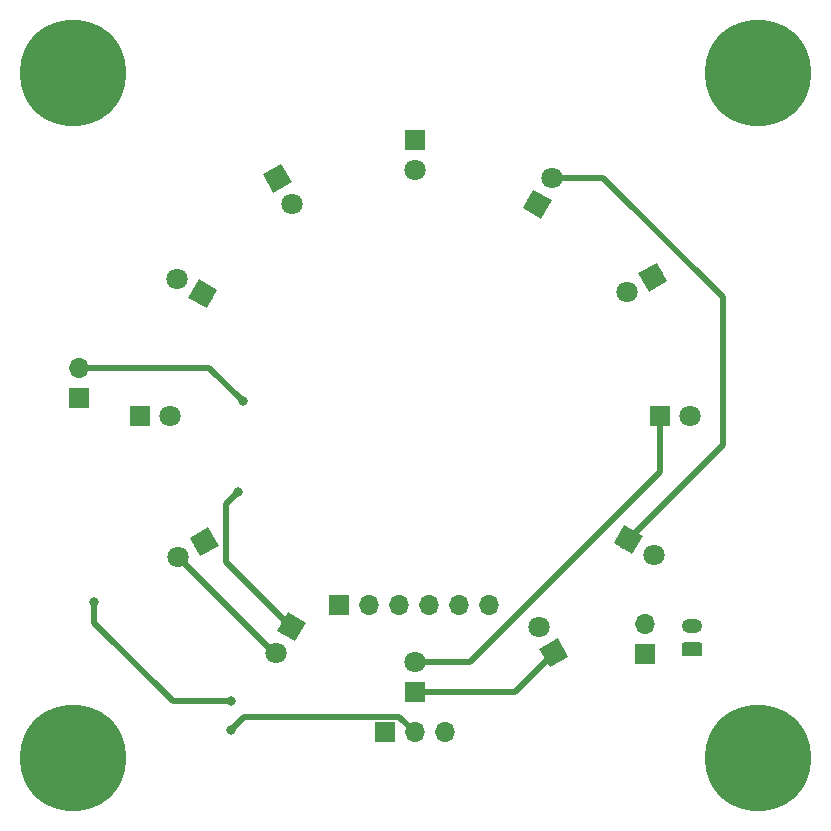
<source format=gbr>
G04 #@! TF.GenerationSoftware,KiCad,Pcbnew,(5.1.4-0)*
G04 #@! TF.CreationDate,2022-04-01T12:31:45+08:00*
G04 #@! TF.ProjectId,esp8266_ntp_clock,65737038-3236-4365-9f6e-74705f636c6f,v1.0*
G04 #@! TF.SameCoordinates,Original*
G04 #@! TF.FileFunction,Copper,L2,Bot*
G04 #@! TF.FilePolarity,Positive*
%FSLAX46Y46*%
G04 Gerber Fmt 4.6, Leading zero omitted, Abs format (unit mm)*
G04 Created by KiCad (PCBNEW (5.1.4-0)) date 2022-04-01 12:31:45*
%MOMM*%
%LPD*%
G04 APERTURE LIST*
%ADD10C,9.000000*%
%ADD11C,1.800000*%
%ADD12C,0.100000*%
%ADD13R,1.800000X1.800000*%
%ADD14R,1.700000X1.700000*%
%ADD15O,1.700000X1.700000*%
%ADD16C,1.200000*%
%ADD17O,1.750000X1.200000*%
%ADD18C,0.800000*%
%ADD19C,0.500000*%
G04 APERTURE END LIST*
D10*
X85000000Y-113000000D03*
D11*
X103570000Y-66099705D03*
X102300000Y-63900000D03*
D12*
G36*
X101070577Y-63570577D02*
G01*
X102629423Y-62670577D01*
X103529423Y-64229423D01*
X101970577Y-65129423D01*
X101070577Y-63570577D01*
X101070577Y-63570577D01*
G37*
D11*
X96000000Y-73700000D03*
D12*
G36*
X97229423Y-73370577D02*
G01*
X96329423Y-74929423D01*
X94770577Y-74029423D01*
X95670577Y-72470577D01*
X97229423Y-73370577D01*
X97229423Y-73370577D01*
G37*
D11*
X93800295Y-72430000D03*
X93240000Y-84000000D03*
D13*
X90700000Y-84000000D03*
D11*
X96100000Y-94700000D03*
D12*
G36*
X96429423Y-93470577D02*
G01*
X97329423Y-95029423D01*
X95770577Y-95929423D01*
X94870577Y-94370577D01*
X96429423Y-93470577D01*
X96429423Y-93470577D01*
G37*
D11*
X93900295Y-95970000D03*
X102230000Y-104099705D03*
X103500000Y-101900000D03*
D12*
G36*
X103170577Y-100670577D02*
G01*
X104729423Y-101570577D01*
X103829423Y-103129423D01*
X102270577Y-102229423D01*
X103170577Y-100670577D01*
X103170577Y-100670577D01*
G37*
D13*
X114000000Y-107400000D03*
D11*
X114000000Y-104860000D03*
X124430000Y-101900295D03*
X125700000Y-104100000D03*
D12*
G36*
X126929423Y-104429423D02*
G01*
X125370577Y-105329423D01*
X124470577Y-103770577D01*
X126029423Y-102870577D01*
X126929423Y-104429423D01*
X126929423Y-104429423D01*
G37*
D11*
X132000000Y-94500000D03*
D12*
G36*
X130770577Y-94829423D02*
G01*
X131670577Y-93270577D01*
X133229423Y-94170577D01*
X132329423Y-95729423D01*
X130770577Y-94829423D01*
X130770577Y-94829423D01*
G37*
D11*
X134199705Y-95770000D03*
X137240000Y-84000000D03*
D13*
X134700000Y-84000000D03*
D11*
X134100000Y-72300000D03*
D12*
G36*
X134429423Y-71070577D02*
G01*
X135329423Y-72629423D01*
X133770577Y-73529423D01*
X132870577Y-71970577D01*
X134429423Y-71070577D01*
X134429423Y-71070577D01*
G37*
D11*
X131900295Y-73570000D03*
X125570000Y-63900295D03*
X124300000Y-66100000D03*
D12*
G36*
X124629423Y-67329423D02*
G01*
X123070577Y-66429423D01*
X123970577Y-64870577D01*
X125529423Y-65770577D01*
X124629423Y-67329423D01*
X124629423Y-67329423D01*
G37*
D13*
X113960000Y-60700000D03*
D11*
X113960000Y-63240000D03*
D10*
X85000000Y-55000000D03*
X143000000Y-55000000D03*
X143000000Y-113000000D03*
D14*
X85500000Y-82500000D03*
D15*
X85500000Y-79960000D03*
D14*
X107500000Y-100000000D03*
D15*
X110040000Y-100000000D03*
X112580000Y-100000000D03*
X115120000Y-100000000D03*
X117660000Y-100000000D03*
X120200000Y-100000000D03*
D14*
X111400000Y-110800000D03*
D15*
X113940000Y-110800000D03*
X116480000Y-110800000D03*
D12*
G36*
X138049505Y-103201204D02*
G01*
X138073773Y-103204804D01*
X138097572Y-103210765D01*
X138120671Y-103219030D01*
X138142850Y-103229520D01*
X138163893Y-103242132D01*
X138183599Y-103256747D01*
X138201777Y-103273223D01*
X138218253Y-103291401D01*
X138232868Y-103311107D01*
X138245480Y-103332150D01*
X138255970Y-103354329D01*
X138264235Y-103377428D01*
X138270196Y-103401227D01*
X138273796Y-103425495D01*
X138275000Y-103449999D01*
X138275000Y-104150001D01*
X138273796Y-104174505D01*
X138270196Y-104198773D01*
X138264235Y-104222572D01*
X138255970Y-104245671D01*
X138245480Y-104267850D01*
X138232868Y-104288893D01*
X138218253Y-104308599D01*
X138201777Y-104326777D01*
X138183599Y-104343253D01*
X138163893Y-104357868D01*
X138142850Y-104370480D01*
X138120671Y-104380970D01*
X138097572Y-104389235D01*
X138073773Y-104395196D01*
X138049505Y-104398796D01*
X138025001Y-104400000D01*
X136774999Y-104400000D01*
X136750495Y-104398796D01*
X136726227Y-104395196D01*
X136702428Y-104389235D01*
X136679329Y-104380970D01*
X136657150Y-104370480D01*
X136636107Y-104357868D01*
X136616401Y-104343253D01*
X136598223Y-104326777D01*
X136581747Y-104308599D01*
X136567132Y-104288893D01*
X136554520Y-104267850D01*
X136544030Y-104245671D01*
X136535765Y-104222572D01*
X136529804Y-104198773D01*
X136526204Y-104174505D01*
X136525000Y-104150001D01*
X136525000Y-103449999D01*
X136526204Y-103425495D01*
X136529804Y-103401227D01*
X136535765Y-103377428D01*
X136544030Y-103354329D01*
X136554520Y-103332150D01*
X136567132Y-103311107D01*
X136581747Y-103291401D01*
X136598223Y-103273223D01*
X136616401Y-103256747D01*
X136636107Y-103242132D01*
X136657150Y-103229520D01*
X136679329Y-103219030D01*
X136702428Y-103210765D01*
X136726227Y-103204804D01*
X136750495Y-103201204D01*
X136774999Y-103200000D01*
X138025001Y-103200000D01*
X138049505Y-103201204D01*
X138049505Y-103201204D01*
G37*
D16*
X137400000Y-103800000D03*
D17*
X137400000Y-101800000D03*
D14*
X133400000Y-104200000D03*
D15*
X133400000Y-101660000D03*
D18*
X98400000Y-108200000D03*
X86800000Y-99800000D03*
X99000000Y-90500000D03*
X99400000Y-82800000D03*
X98400000Y-110600000D03*
D19*
X97834315Y-108200000D02*
X98400000Y-108200000D01*
X93440062Y-108200000D02*
X97834315Y-108200000D01*
X86800000Y-101559938D02*
X93440062Y-108200000D01*
X86800000Y-99800000D02*
X86800000Y-101559938D01*
X140000000Y-86500000D02*
X140000000Y-74000000D01*
X138250000Y-88250000D02*
X140000000Y-86500000D01*
X132000000Y-94500000D02*
X138250000Y-88250000D01*
X138250000Y-88250000D02*
X138590001Y-87909999D01*
X129900295Y-63900295D02*
X126900295Y-63900295D01*
X140000000Y-74000000D02*
X129900295Y-63900295D01*
X125570000Y-63900295D02*
X126900295Y-63900295D01*
X102030000Y-104099705D02*
X102230000Y-104099705D01*
X93900295Y-95970000D02*
X102030000Y-104099705D01*
X122400000Y-107400000D02*
X125700000Y-104100000D01*
X114000000Y-107400000D02*
X122400000Y-107400000D01*
X98000000Y-91500000D02*
X99000000Y-90500000D01*
X98000000Y-96400000D02*
X98000000Y-91500000D01*
X103500000Y-101900000D02*
X98000000Y-96400000D01*
X114000000Y-104860000D02*
X118640000Y-104860000D01*
X134700000Y-88800000D02*
X134700000Y-84000000D01*
X118640000Y-104860000D02*
X134700000Y-88800000D01*
X96560000Y-79960000D02*
X99400000Y-82800000D01*
X85500000Y-79960000D02*
X96560000Y-79960000D01*
X98799999Y-110200001D02*
X98400000Y-110600000D01*
X99500001Y-109499999D02*
X98799999Y-110200001D01*
X112639999Y-109499999D02*
X99500001Y-109499999D01*
X113940000Y-110800000D02*
X112639999Y-109499999D01*
M02*

</source>
